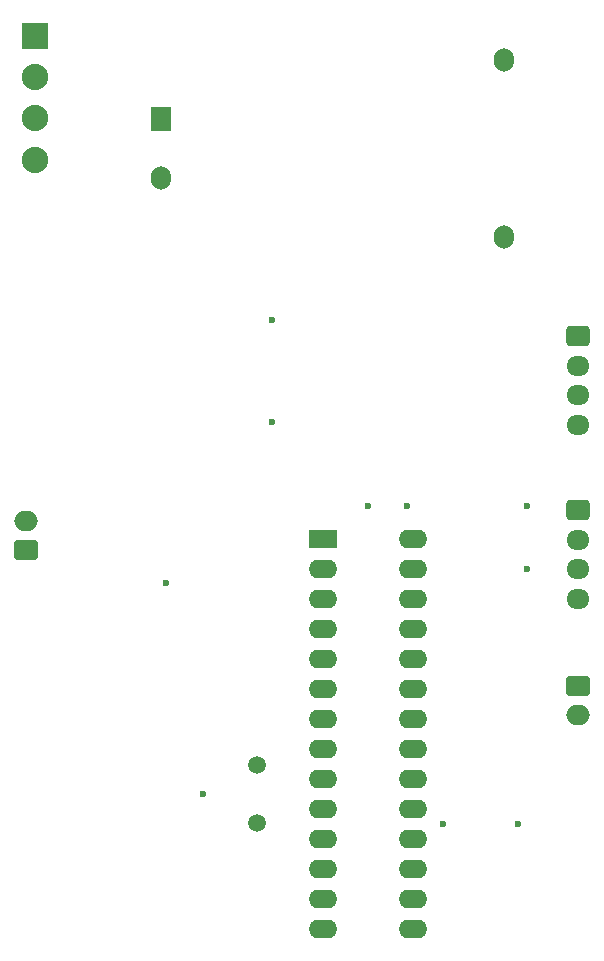
<source format=gbs>
%TF.GenerationSoftware,KiCad,Pcbnew,8.0.6*%
%TF.CreationDate,2025-01-14T16:33:27+13:00*%
%TF.ProjectId,FilamentDryerController1,46696c61-6d65-46e7-9444-72796572436f,rev?*%
%TF.SameCoordinates,Original*%
%TF.FileFunction,Soldermask,Bot*%
%TF.FilePolarity,Negative*%
%FSLAX46Y46*%
G04 Gerber Fmt 4.6, Leading zero omitted, Abs format (unit mm)*
G04 Created by KiCad (PCBNEW 8.0.6) date 2025-01-14 16:33:27*
%MOMM*%
%LPD*%
G01*
G04 APERTURE LIST*
G04 Aperture macros list*
%AMRoundRect*
0 Rectangle with rounded corners*
0 $1 Rounding radius*
0 $2 $3 $4 $5 $6 $7 $8 $9 X,Y pos of 4 corners*
0 Add a 4 corners polygon primitive as box body*
4,1,4,$2,$3,$4,$5,$6,$7,$8,$9,$2,$3,0*
0 Add four circle primitives for the rounded corners*
1,1,$1+$1,$2,$3*
1,1,$1+$1,$4,$5*
1,1,$1+$1,$6,$7*
1,1,$1+$1,$8,$9*
0 Add four rect primitives between the rounded corners*
20,1,$1+$1,$2,$3,$4,$5,0*
20,1,$1+$1,$4,$5,$6,$7,0*
20,1,$1+$1,$6,$7,$8,$9,0*
20,1,$1+$1,$8,$9,$2,$3,0*%
G04 Aperture macros list end*
%ADD10RoundRect,0.250000X0.750000X-0.600000X0.750000X0.600000X-0.750000X0.600000X-0.750000X-0.600000X0*%
%ADD11O,2.000000X1.700000*%
%ADD12RoundRect,0.250000X-0.725000X0.600000X-0.725000X-0.600000X0.725000X-0.600000X0.725000X0.600000X0*%
%ADD13O,1.950000X1.700000*%
%ADD14RoundRect,0.250000X-0.750000X0.600000X-0.750000X-0.600000X0.750000X-0.600000X0.750000X0.600000X0*%
%ADD15C,1.500000*%
%ADD16RoundRect,0.101600X-1.016000X1.016000X-1.016000X-1.016000X1.016000X-1.016000X1.016000X1.016000X0*%
%ADD17C,2.235200*%
%ADD18R,1.700000X2.000000*%
%ADD19O,1.700000X2.000000*%
%ADD20R,2.400000X1.600000*%
%ADD21O,2.400000X1.600000*%
%ADD22C,0.600000*%
G04 APERTURE END LIST*
D10*
%TO.C,J3*%
X22606000Y-70064000D03*
D11*
X22606000Y-67564000D03*
%TD*%
D12*
%TO.C,J1*%
X69342000Y-51936000D03*
D13*
X69342000Y-54436000D03*
X69342000Y-56936000D03*
X69342000Y-59436000D03*
%TD*%
D14*
%TO.C,J4*%
X69342000Y-81534000D03*
D11*
X69342000Y-84034000D03*
%TD*%
D15*
%TO.C,Y1*%
X42138600Y-88243000D03*
X42138600Y-93123000D03*
%TD*%
D16*
%TO.C,J5*%
X23368000Y-26500000D03*
D17*
X23368000Y-30000000D03*
X23368000Y-33500000D03*
X23368000Y-37000000D03*
%TD*%
D12*
%TO.C,J2*%
X69342000Y-66668000D03*
D13*
X69342000Y-69168000D03*
X69342000Y-71668000D03*
X69342000Y-74168000D03*
%TD*%
D18*
%TO.C,PS1*%
X34002500Y-33542500D03*
D19*
X34002500Y-38542500D03*
X63082500Y-28542500D03*
X63082500Y-43542500D03*
%TD*%
D20*
%TO.C,U1*%
X47752000Y-69088000D03*
D21*
X47752000Y-71628000D03*
X47752000Y-74168000D03*
X47752000Y-76708000D03*
X47752000Y-79248000D03*
X47752000Y-81788000D03*
X47752000Y-84328000D03*
X47752000Y-86868000D03*
X47752000Y-89408000D03*
X47752000Y-91948000D03*
X47752000Y-94488000D03*
X47752000Y-97028000D03*
X47752000Y-99568000D03*
X47752000Y-102108000D03*
X55372000Y-102108000D03*
X55372000Y-99568000D03*
X55372000Y-97028000D03*
X55372000Y-94488000D03*
X55372000Y-91948000D03*
X55372000Y-89408000D03*
X55372000Y-86868000D03*
X55372000Y-84328000D03*
X55372000Y-81788000D03*
X55372000Y-79248000D03*
X55372000Y-76708000D03*
X55372000Y-74168000D03*
X55372000Y-71628000D03*
X55372000Y-69088000D03*
%TD*%
D22*
X34479000Y-72833000D03*
X57912000Y-93218000D03*
X37592000Y-90678000D03*
X51562000Y-66294000D03*
X64262000Y-93233000D03*
X65024000Y-66294000D03*
X54864000Y-66294000D03*
X65024000Y-71628000D03*
X43434000Y-50546000D03*
X43434000Y-59182000D03*
M02*

</source>
